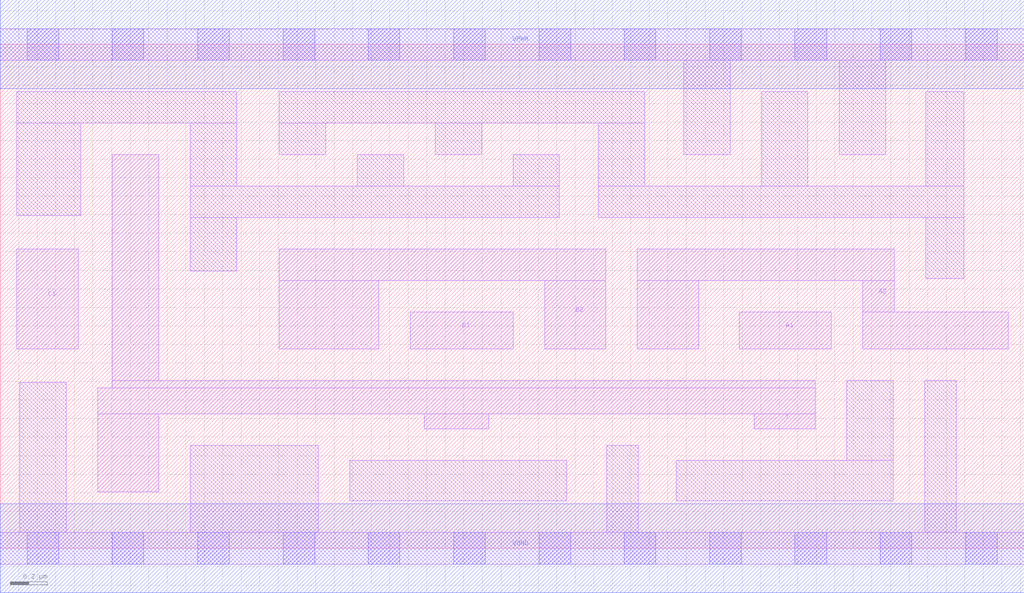
<source format=lef>
# Copyright 2020 The SkyWater PDK Authors
#
# Licensed under the Apache License, Version 2.0 (the "License");
# you may not use this file except in compliance with the License.
# You may obtain a copy of the License at
#
#     https://www.apache.org/licenses/LICENSE-2.0
#
# Unless required by applicable law or agreed to in writing, software
# distributed under the License is distributed on an "AS IS" BASIS,
# WITHOUT WARRANTIES OR CONDITIONS OF ANY KIND, either express or implied.
# See the License for the specific language governing permissions and
# limitations under the License.
#
# SPDX-License-Identifier: Apache-2.0

VERSION 5.7 ;
  NAMESCASESENSITIVE ON ;
  NOWIREEXTENSIONATPIN ON ;
  DIVIDERCHAR "/" ;
  BUSBITCHARS "[]" ;
UNITS
  DATABASE MICRONS 200 ;
END UNITS
MACRO sky130_fd_sc_hd__a221oi_2
  CLASS CORE ;
  FOREIGN sky130_fd_sc_hd__a221oi_2 ;
  ORIGIN  0.000000  0.000000 ;
  SIZE  5.520000 BY  2.720000 ;
  SYMMETRY X Y R90 ;
  SITE unithd ;
  PIN A1
    ANTENNAGATEAREA  0.495000 ;
    DIRECTION INPUT ;
    USE SIGNAL ;
    PORT
      LAYER li1 ;
        RECT 3.985000 1.075000 4.480000 1.275000 ;
    END
  END A1
  PIN A2
    ANTENNAGATEAREA  0.495000 ;
    DIRECTION INPUT ;
    USE SIGNAL ;
    PORT
      LAYER li1 ;
        RECT 3.435000 1.075000 3.765000 1.445000 ;
        RECT 3.435000 1.445000 4.820000 1.615000 ;
        RECT 4.650000 1.075000 5.435000 1.275000 ;
        RECT 4.650000 1.275000 4.820000 1.445000 ;
    END
  END A2
  PIN B1
    ANTENNAGATEAREA  0.495000 ;
    DIRECTION INPUT ;
    USE SIGNAL ;
    PORT
      LAYER li1 ;
        RECT 2.210000 1.075000 2.765000 1.275000 ;
    END
  END B1
  PIN B2
    ANTENNAGATEAREA  0.495000 ;
    DIRECTION INPUT ;
    USE SIGNAL ;
    PORT
      LAYER li1 ;
        RECT 1.505000 1.075000 2.040000 1.445000 ;
        RECT 1.505000 1.445000 3.265000 1.615000 ;
        RECT 2.935000 1.075000 3.265000 1.445000 ;
    END
  END B2
  PIN C1
    ANTENNAGATEAREA  0.495000 ;
    DIRECTION INPUT ;
    USE SIGNAL ;
    PORT
      LAYER li1 ;
        RECT 0.090000 1.075000 0.420000 1.615000 ;
    END
  END C1
  PIN Y
    ANTENNADIFFAREA  0.796500 ;
    DIRECTION OUTPUT ;
    USE SIGNAL ;
    PORT
      LAYER li1 ;
        RECT 0.525000 0.305000 0.855000 0.725000 ;
        RECT 0.525000 0.725000 4.395000 0.865000 ;
        RECT 0.605000 0.865000 4.395000 0.905000 ;
        RECT 0.605000 0.905000 0.855000 2.125000 ;
        RECT 2.285000 0.645000 2.635000 0.725000 ;
        RECT 4.065000 0.645000 4.395000 0.725000 ;
    END
  END Y
  PIN VGND
    DIRECTION INOUT ;
    SHAPE ABUTMENT ;
    USE GROUND ;
    PORT
      LAYER met1 ;
        RECT 0.000000 -0.240000 5.520000 0.240000 ;
    END
  END VGND
  PIN VPWR
    DIRECTION INOUT ;
    SHAPE ABUTMENT ;
    USE POWER ;
    PORT
      LAYER met1 ;
        RECT 0.000000 2.480000 5.520000 2.960000 ;
    END
  END VPWR
  OBS
    LAYER li1 ;
      RECT 0.000000 -0.085000 5.520000 0.085000 ;
      RECT 0.000000  2.635000 5.520000 2.805000 ;
      RECT 0.090000  1.795000 0.435000 2.295000 ;
      RECT 0.090000  2.295000 1.275000 2.465000 ;
      RECT 0.105000  0.085000 0.355000 0.895000 ;
      RECT 1.025000  0.085000 1.715000 0.555000 ;
      RECT 1.025000  1.495000 1.275000 1.785000 ;
      RECT 1.025000  1.785000 3.015000 1.955000 ;
      RECT 1.025000  1.955000 1.275000 2.295000 ;
      RECT 1.505000  2.125000 1.755000 2.295000 ;
      RECT 1.505000  2.295000 3.475000 2.465000 ;
      RECT 1.885000  0.255000 3.055000 0.475000 ;
      RECT 1.925000  1.955000 2.175000 2.125000 ;
      RECT 2.345000  2.125000 2.595000 2.295000 ;
      RECT 2.765000  1.955000 3.015000 2.125000 ;
      RECT 3.225000  1.785000 5.195000 1.955000 ;
      RECT 3.225000  1.955000 3.475000 2.295000 ;
      RECT 3.270000  0.085000 3.440000 0.555000 ;
      RECT 3.645000  0.255000 4.815000 0.475000 ;
      RECT 3.685000  2.125000 3.935000 2.635000 ;
      RECT 4.105000  1.955000 4.355000 2.465000 ;
      RECT 4.525000  2.125000 4.775000 2.635000 ;
      RECT 4.565000  0.475000 4.815000 0.905000 ;
      RECT 4.985000  0.085000 5.155000 0.905000 ;
      RECT 4.990000  1.455000 5.195000 1.785000 ;
      RECT 4.990000  1.955000 5.195000 2.465000 ;
    LAYER mcon ;
      RECT 0.145000 -0.085000 0.315000 0.085000 ;
      RECT 0.145000  2.635000 0.315000 2.805000 ;
      RECT 0.605000 -0.085000 0.775000 0.085000 ;
      RECT 0.605000  2.635000 0.775000 2.805000 ;
      RECT 1.065000 -0.085000 1.235000 0.085000 ;
      RECT 1.065000  2.635000 1.235000 2.805000 ;
      RECT 1.525000 -0.085000 1.695000 0.085000 ;
      RECT 1.525000  2.635000 1.695000 2.805000 ;
      RECT 1.985000 -0.085000 2.155000 0.085000 ;
      RECT 1.985000  2.635000 2.155000 2.805000 ;
      RECT 2.445000 -0.085000 2.615000 0.085000 ;
      RECT 2.445000  2.635000 2.615000 2.805000 ;
      RECT 2.905000 -0.085000 3.075000 0.085000 ;
      RECT 2.905000  2.635000 3.075000 2.805000 ;
      RECT 3.365000 -0.085000 3.535000 0.085000 ;
      RECT 3.365000  2.635000 3.535000 2.805000 ;
      RECT 3.825000 -0.085000 3.995000 0.085000 ;
      RECT 3.825000  2.635000 3.995000 2.805000 ;
      RECT 4.285000 -0.085000 4.455000 0.085000 ;
      RECT 4.285000  2.635000 4.455000 2.805000 ;
      RECT 4.745000 -0.085000 4.915000 0.085000 ;
      RECT 4.745000  2.635000 4.915000 2.805000 ;
      RECT 5.205000 -0.085000 5.375000 0.085000 ;
      RECT 5.205000  2.635000 5.375000 2.805000 ;
  END
END sky130_fd_sc_hd__a221oi_2
END LIBRARY

</source>
